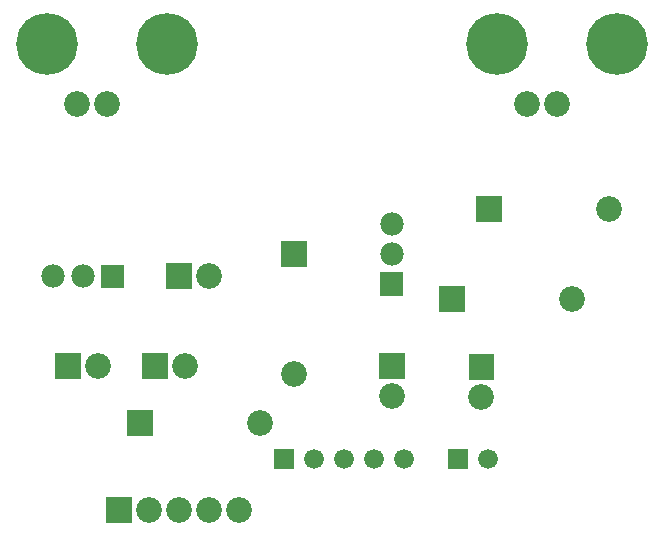
<source format=gbr>
G04 start of page 9 for group 11 layer_idx 11 *
G04 Title: (unknown), bottom_mask *
G04 Creator: pcb-rnd 2.0.0 *
G04 CreationDate: 2018-06-05 21:26:10 UTC *
G04 For:  *
G04 Format: Gerber/RS-274X *
G04 PCB-Dimensions: 500000 500000 *
G04 PCB-Coordinate-Origin: lower left *
%MOIN*%
%FSLAX25Y25*%
%LNBOTTOMMASK*%
%ADD67C,0.2060*%
%ADD66C,0.0660*%
%ADD65C,0.0780*%
%ADD64C,0.0860*%
%ADD63C,0.0001*%
G54D63*G36*
X265700Y289300D02*X274300D01*
Y280700D01*
X265700D01*
Y289300D01*
G37*
G54D64*X270000Y245000D03*
G54D63*G36*
X298200Y251800D02*X306800D01*
Y243200D01*
X298200D01*
Y251800D01*
G37*
G36*
X298600Y278900D02*X306400D01*
Y271100D01*
X298600D01*
Y278900D01*
G37*
G54D65*X302500Y285000D03*
Y295000D03*
G54D63*G36*
X330700Y304300D02*X339300D01*
Y295700D01*
X330700D01*
Y304300D01*
G37*
G54D64*X375000Y300000D03*
G54D63*G36*
X318200Y274300D02*X326800D01*
Y265700D01*
X318200D01*
Y274300D01*
G37*
G54D64*X362500Y270000D03*
G54D63*G36*
X328108Y251466D02*X336708D01*
Y242866D01*
X328108D01*
Y251466D01*
G37*
G54D64*X332408Y237166D03*
G54D66*X334500Y216500D03*
G54D63*G36*
X321200Y219800D02*X327800D01*
Y213200D01*
X321200D01*
Y219800D01*
G37*
G54D67*X337500Y355000D03*
X377500D03*
G54D64*X347500Y335000D03*
X357500D03*
X302500Y237500D03*
G54D66*X306500Y216500D03*
X296500D03*
X286500D03*
X276500D03*
G54D63*G36*
X263200Y219800D02*X269800D01*
Y213200D01*
X263200D01*
Y219800D01*
G37*
G54D67*X187500Y355000D03*
X227500D03*
G54D64*X197500Y335000D03*
X207500D03*
G54D63*G36*
X227200Y281800D02*X235800D01*
Y273200D01*
X227200D01*
Y281800D01*
G37*
G36*
X205600Y281400D02*X213400D01*
Y273600D01*
X205600D01*
Y281400D01*
G37*
G54D65*X199500Y277500D03*
X189500D03*
G54D64*X241500D03*
G54D63*G36*
X219200Y251800D02*X227800D01*
Y243200D01*
X219200D01*
Y251800D01*
G37*
G54D64*X233500Y247500D03*
G54D63*G36*
X190200Y251800D02*X198800D01*
Y243200D01*
X190200D01*
Y251800D01*
G37*
G54D64*X204500Y247500D03*
G54D63*G36*
X214200Y232800D02*X222800D01*
Y224200D01*
X214200D01*
Y232800D01*
G37*
G54D64*X231500Y199500D03*
X221500D03*
G54D63*G36*
X207200Y203800D02*X215800D01*
Y195200D01*
X207200D01*
Y203800D01*
G37*
G54D64*X241500Y199500D03*
X258500Y228500D03*
X251500Y199500D03*
M02*

</source>
